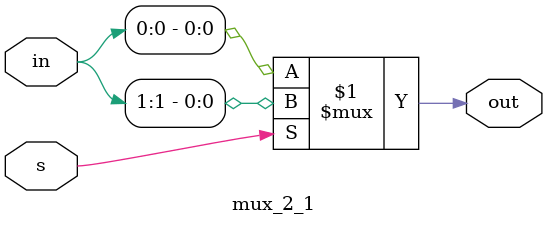
<source format=v>
module mux_2_1(out,in,s);
output out;
input [1:0]in;
input s;
// s is select
// in is vector input
assign out = s ? in[1] : in[0];
endmodule
</source>
